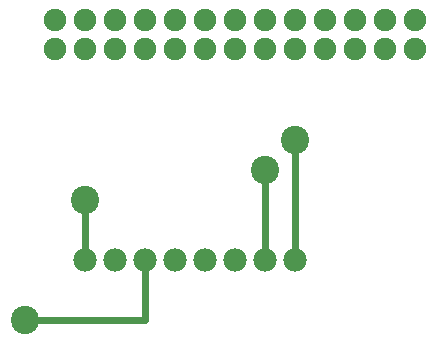
<source format=gbl>
G04 MADE WITH FRITZING*
G04 WWW.FRITZING.ORG*
G04 DOUBLE SIDED*
G04 HOLES PLATED*
G04 CONTOUR ON CENTER OF CONTOUR VECTOR*
%ASAXBY*%
%FSLAX23Y23*%
%MOIN*%
%OFA0B0*%
%SFA1.0B1.0*%
%ADD10C,0.078000*%
%ADD11C,0.094488*%
%ADD12C,0.075361*%
%ADD13C,0.024000*%
%ADD14R,0.001000X0.001000*%
%LNCOPPER0*%
G90*
G70*
G54D10*
X1115Y678D03*
X1015Y678D03*
X915Y678D03*
X815Y678D03*
X715Y678D03*
X615Y678D03*
X515Y678D03*
X415Y678D03*
X1115Y678D03*
X1015Y678D03*
X915Y678D03*
X815Y678D03*
X715Y678D03*
X615Y678D03*
X515Y678D03*
X415Y678D03*
G54D11*
X1015Y978D03*
X215Y478D03*
X415Y878D03*
X1115Y1078D03*
G54D12*
X315Y1379D03*
X415Y1379D03*
X515Y1379D03*
X615Y1379D03*
X715Y1379D03*
X815Y1379D03*
X915Y1379D03*
X1015Y1379D03*
X1115Y1379D03*
X1215Y1379D03*
X1315Y1379D03*
X1415Y1379D03*
X1515Y1379D03*
X1515Y1478D03*
X1415Y1478D03*
X1315Y1478D03*
X1215Y1478D03*
X1115Y1478D03*
X1015Y1478D03*
X915Y1478D03*
X815Y1478D03*
X715Y1478D03*
X615Y1478D03*
X515Y1478D03*
X415Y1478D03*
X315Y1478D03*
G54D13*
X415Y852D02*
X415Y709D01*
D02*
X615Y478D02*
X615Y648D01*
D02*
X242Y478D02*
X615Y478D01*
D02*
X1115Y1052D02*
X1115Y709D01*
D02*
X1015Y952D02*
X1015Y709D01*
G54D14*
D02*
G04 End of Copper0*
M02*
</source>
